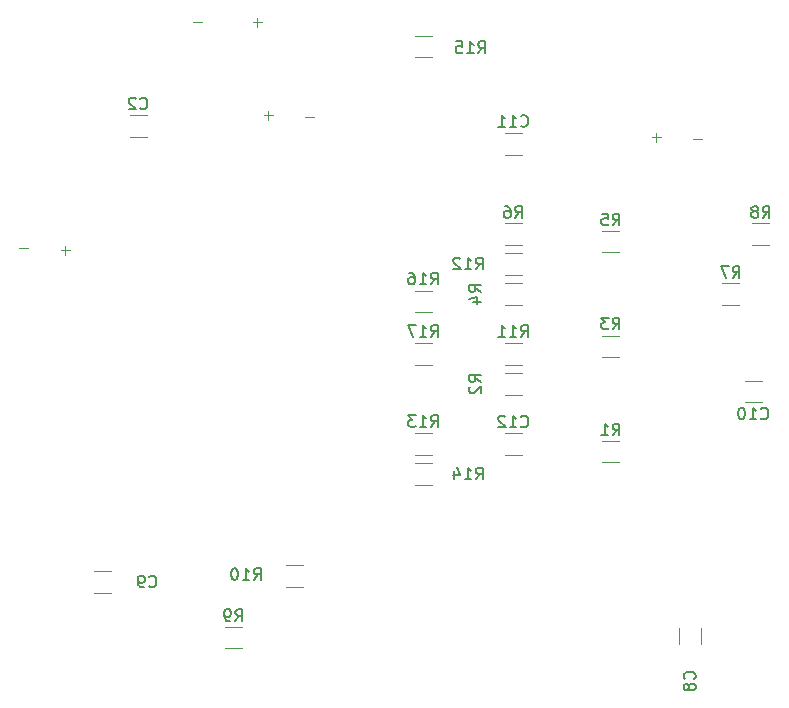
<source format=gbr>
%TF.GenerationSoftware,KiCad,Pcbnew,8.0.7-8.0.7-0~ubuntu22.04.1*%
%TF.CreationDate,2025-01-26T21:06:57+01:00*%
%TF.ProjectId,G431_Expander,47343331-5f45-4787-9061-6e6465722e6b,rev?*%
%TF.SameCoordinates,Original*%
%TF.FileFunction,Legend,Bot*%
%TF.FilePolarity,Positive*%
%FSLAX46Y46*%
G04 Gerber Fmt 4.6, Leading zero omitted, Abs format (unit mm)*
G04 Created by KiCad (PCBNEW 8.0.7-8.0.7-0~ubuntu22.04.1) date 2025-01-26 21:06:57*
%MOMM*%
%LPD*%
G01*
G04 APERTURE LIST*
%ADD10C,0.100000*%
%ADD11C,0.150000*%
%ADD12C,0.120000*%
G04 APERTURE END LIST*
D10*
X127864515Y-72338666D02*
X127102611Y-72338666D01*
X131369715Y-72491066D02*
X130607811Y-72491066D01*
X130988763Y-72872019D02*
X130988763Y-72110114D01*
X141781884Y-53137333D02*
X142543789Y-53137333D01*
X146861884Y-53188133D02*
X147623789Y-53188133D01*
X147242836Y-52807180D02*
X147242836Y-53569085D01*
X184149084Y-63094133D02*
X184910989Y-63094133D01*
X180643884Y-62941733D02*
X181405789Y-62941733D01*
X181024836Y-62560780D02*
X181024836Y-63322685D01*
X151281484Y-61214533D02*
X152043389Y-61214533D01*
X147776284Y-61062133D02*
X148538189Y-61062133D01*
X148157236Y-60681180D02*
X148157236Y-61443085D01*
D11*
X169076666Y-69754819D02*
X169409999Y-69278628D01*
X169648094Y-69754819D02*
X169648094Y-68754819D01*
X169648094Y-68754819D02*
X169267142Y-68754819D01*
X169267142Y-68754819D02*
X169171904Y-68802438D01*
X169171904Y-68802438D02*
X169124285Y-68850057D01*
X169124285Y-68850057D02*
X169076666Y-68945295D01*
X169076666Y-68945295D02*
X169076666Y-69088152D01*
X169076666Y-69088152D02*
X169124285Y-69183390D01*
X169124285Y-69183390D02*
X169171904Y-69231009D01*
X169171904Y-69231009D02*
X169267142Y-69278628D01*
X169267142Y-69278628D02*
X169648094Y-69278628D01*
X168219523Y-68754819D02*
X168409999Y-68754819D01*
X168409999Y-68754819D02*
X168505237Y-68802438D01*
X168505237Y-68802438D02*
X168552856Y-68850057D01*
X168552856Y-68850057D02*
X168648094Y-68992914D01*
X168648094Y-68992914D02*
X168695713Y-69183390D01*
X168695713Y-69183390D02*
X168695713Y-69564342D01*
X168695713Y-69564342D02*
X168648094Y-69659580D01*
X168648094Y-69659580D02*
X168600475Y-69707200D01*
X168600475Y-69707200D02*
X168505237Y-69754819D01*
X168505237Y-69754819D02*
X168314761Y-69754819D01*
X168314761Y-69754819D02*
X168219523Y-69707200D01*
X168219523Y-69707200D02*
X168171904Y-69659580D01*
X168171904Y-69659580D02*
X168124285Y-69564342D01*
X168124285Y-69564342D02*
X168124285Y-69326247D01*
X168124285Y-69326247D02*
X168171904Y-69231009D01*
X168171904Y-69231009D02*
X168219523Y-69183390D01*
X168219523Y-69183390D02*
X168314761Y-69135771D01*
X168314761Y-69135771D02*
X168505237Y-69135771D01*
X168505237Y-69135771D02*
X168600475Y-69183390D01*
X168600475Y-69183390D02*
X168648094Y-69231009D01*
X168648094Y-69231009D02*
X168695713Y-69326247D01*
X138088666Y-100943580D02*
X138136285Y-100991200D01*
X138136285Y-100991200D02*
X138279142Y-101038819D01*
X138279142Y-101038819D02*
X138374380Y-101038819D01*
X138374380Y-101038819D02*
X138517237Y-100991200D01*
X138517237Y-100991200D02*
X138612475Y-100895961D01*
X138612475Y-100895961D02*
X138660094Y-100800723D01*
X138660094Y-100800723D02*
X138707713Y-100610247D01*
X138707713Y-100610247D02*
X138707713Y-100467390D01*
X138707713Y-100467390D02*
X138660094Y-100276914D01*
X138660094Y-100276914D02*
X138612475Y-100181676D01*
X138612475Y-100181676D02*
X138517237Y-100086438D01*
X138517237Y-100086438D02*
X138374380Y-100038819D01*
X138374380Y-100038819D02*
X138279142Y-100038819D01*
X138279142Y-100038819D02*
X138136285Y-100086438D01*
X138136285Y-100086438D02*
X138088666Y-100134057D01*
X137612475Y-101038819D02*
X137421999Y-101038819D01*
X137421999Y-101038819D02*
X137326761Y-100991200D01*
X137326761Y-100991200D02*
X137279142Y-100943580D01*
X137279142Y-100943580D02*
X137183904Y-100800723D01*
X137183904Y-100800723D02*
X137136285Y-100610247D01*
X137136285Y-100610247D02*
X137136285Y-100229295D01*
X137136285Y-100229295D02*
X137183904Y-100134057D01*
X137183904Y-100134057D02*
X137231523Y-100086438D01*
X137231523Y-100086438D02*
X137326761Y-100038819D01*
X137326761Y-100038819D02*
X137517237Y-100038819D01*
X137517237Y-100038819D02*
X137612475Y-100086438D01*
X137612475Y-100086438D02*
X137660094Y-100134057D01*
X137660094Y-100134057D02*
X137707713Y-100229295D01*
X137707713Y-100229295D02*
X137707713Y-100467390D01*
X137707713Y-100467390D02*
X137660094Y-100562628D01*
X137660094Y-100562628D02*
X137612475Y-100610247D01*
X137612475Y-100610247D02*
X137517237Y-100657866D01*
X137517237Y-100657866D02*
X137326761Y-100657866D01*
X137326761Y-100657866D02*
X137231523Y-100610247D01*
X137231523Y-100610247D02*
X137183904Y-100562628D01*
X137183904Y-100562628D02*
X137136285Y-100467390D01*
X161932857Y-79829819D02*
X162266190Y-79353628D01*
X162504285Y-79829819D02*
X162504285Y-78829819D01*
X162504285Y-78829819D02*
X162123333Y-78829819D01*
X162123333Y-78829819D02*
X162028095Y-78877438D01*
X162028095Y-78877438D02*
X161980476Y-78925057D01*
X161980476Y-78925057D02*
X161932857Y-79020295D01*
X161932857Y-79020295D02*
X161932857Y-79163152D01*
X161932857Y-79163152D02*
X161980476Y-79258390D01*
X161980476Y-79258390D02*
X162028095Y-79306009D01*
X162028095Y-79306009D02*
X162123333Y-79353628D01*
X162123333Y-79353628D02*
X162504285Y-79353628D01*
X160980476Y-79829819D02*
X161551904Y-79829819D01*
X161266190Y-79829819D02*
X161266190Y-78829819D01*
X161266190Y-78829819D02*
X161361428Y-78972676D01*
X161361428Y-78972676D02*
X161456666Y-79067914D01*
X161456666Y-79067914D02*
X161551904Y-79115533D01*
X160647142Y-78829819D02*
X159980476Y-78829819D01*
X159980476Y-78829819D02*
X160409047Y-79829819D01*
X177331666Y-88169819D02*
X177664999Y-87693628D01*
X177903094Y-88169819D02*
X177903094Y-87169819D01*
X177903094Y-87169819D02*
X177522142Y-87169819D01*
X177522142Y-87169819D02*
X177426904Y-87217438D01*
X177426904Y-87217438D02*
X177379285Y-87265057D01*
X177379285Y-87265057D02*
X177331666Y-87360295D01*
X177331666Y-87360295D02*
X177331666Y-87503152D01*
X177331666Y-87503152D02*
X177379285Y-87598390D01*
X177379285Y-87598390D02*
X177426904Y-87646009D01*
X177426904Y-87646009D02*
X177522142Y-87693628D01*
X177522142Y-87693628D02*
X177903094Y-87693628D01*
X176379285Y-88169819D02*
X176950713Y-88169819D01*
X176664999Y-88169819D02*
X176664999Y-87169819D01*
X176664999Y-87169819D02*
X176760237Y-87312676D01*
X176760237Y-87312676D02*
X176855475Y-87407914D01*
X176855475Y-87407914D02*
X176950713Y-87455533D01*
X169552857Y-61954580D02*
X169600476Y-62002200D01*
X169600476Y-62002200D02*
X169743333Y-62049819D01*
X169743333Y-62049819D02*
X169838571Y-62049819D01*
X169838571Y-62049819D02*
X169981428Y-62002200D01*
X169981428Y-62002200D02*
X170076666Y-61906961D01*
X170076666Y-61906961D02*
X170124285Y-61811723D01*
X170124285Y-61811723D02*
X170171904Y-61621247D01*
X170171904Y-61621247D02*
X170171904Y-61478390D01*
X170171904Y-61478390D02*
X170124285Y-61287914D01*
X170124285Y-61287914D02*
X170076666Y-61192676D01*
X170076666Y-61192676D02*
X169981428Y-61097438D01*
X169981428Y-61097438D02*
X169838571Y-61049819D01*
X169838571Y-61049819D02*
X169743333Y-61049819D01*
X169743333Y-61049819D02*
X169600476Y-61097438D01*
X169600476Y-61097438D02*
X169552857Y-61145057D01*
X168600476Y-62049819D02*
X169171904Y-62049819D01*
X168886190Y-62049819D02*
X168886190Y-61049819D01*
X168886190Y-61049819D02*
X168981428Y-61192676D01*
X168981428Y-61192676D02*
X169076666Y-61287914D01*
X169076666Y-61287914D02*
X169171904Y-61335533D01*
X167648095Y-62049819D02*
X168219523Y-62049819D01*
X167933809Y-62049819D02*
X167933809Y-61049819D01*
X167933809Y-61049819D02*
X168029047Y-61192676D01*
X168029047Y-61192676D02*
X168124285Y-61287914D01*
X168124285Y-61287914D02*
X168219523Y-61335533D01*
X177331666Y-79194819D02*
X177664999Y-78718628D01*
X177903094Y-79194819D02*
X177903094Y-78194819D01*
X177903094Y-78194819D02*
X177522142Y-78194819D01*
X177522142Y-78194819D02*
X177426904Y-78242438D01*
X177426904Y-78242438D02*
X177379285Y-78290057D01*
X177379285Y-78290057D02*
X177331666Y-78385295D01*
X177331666Y-78385295D02*
X177331666Y-78528152D01*
X177331666Y-78528152D02*
X177379285Y-78623390D01*
X177379285Y-78623390D02*
X177426904Y-78671009D01*
X177426904Y-78671009D02*
X177522142Y-78718628D01*
X177522142Y-78718628D02*
X177903094Y-78718628D01*
X176998332Y-78194819D02*
X176379285Y-78194819D01*
X176379285Y-78194819D02*
X176712618Y-78575771D01*
X176712618Y-78575771D02*
X176569761Y-78575771D01*
X176569761Y-78575771D02*
X176474523Y-78623390D01*
X176474523Y-78623390D02*
X176426904Y-78671009D01*
X176426904Y-78671009D02*
X176379285Y-78766247D01*
X176379285Y-78766247D02*
X176379285Y-79004342D01*
X176379285Y-79004342D02*
X176426904Y-79099580D01*
X176426904Y-79099580D02*
X176474523Y-79147200D01*
X176474523Y-79147200D02*
X176569761Y-79194819D01*
X176569761Y-79194819D02*
X176855475Y-79194819D01*
X176855475Y-79194819D02*
X176950713Y-79147200D01*
X176950713Y-79147200D02*
X176998332Y-79099580D01*
X166189819Y-76033333D02*
X165713628Y-75700000D01*
X166189819Y-75461905D02*
X165189819Y-75461905D01*
X165189819Y-75461905D02*
X165189819Y-75842857D01*
X165189819Y-75842857D02*
X165237438Y-75938095D01*
X165237438Y-75938095D02*
X165285057Y-75985714D01*
X165285057Y-75985714D02*
X165380295Y-76033333D01*
X165380295Y-76033333D02*
X165523152Y-76033333D01*
X165523152Y-76033333D02*
X165618390Y-75985714D01*
X165618390Y-75985714D02*
X165666009Y-75938095D01*
X165666009Y-75938095D02*
X165713628Y-75842857D01*
X165713628Y-75842857D02*
X165713628Y-75461905D01*
X165523152Y-76890476D02*
X166189819Y-76890476D01*
X165142200Y-76652381D02*
X165856485Y-76414286D01*
X165856485Y-76414286D02*
X165856485Y-77033333D01*
X189872857Y-86719580D02*
X189920476Y-86767200D01*
X189920476Y-86767200D02*
X190063333Y-86814819D01*
X190063333Y-86814819D02*
X190158571Y-86814819D01*
X190158571Y-86814819D02*
X190301428Y-86767200D01*
X190301428Y-86767200D02*
X190396666Y-86671961D01*
X190396666Y-86671961D02*
X190444285Y-86576723D01*
X190444285Y-86576723D02*
X190491904Y-86386247D01*
X190491904Y-86386247D02*
X190491904Y-86243390D01*
X190491904Y-86243390D02*
X190444285Y-86052914D01*
X190444285Y-86052914D02*
X190396666Y-85957676D01*
X190396666Y-85957676D02*
X190301428Y-85862438D01*
X190301428Y-85862438D02*
X190158571Y-85814819D01*
X190158571Y-85814819D02*
X190063333Y-85814819D01*
X190063333Y-85814819D02*
X189920476Y-85862438D01*
X189920476Y-85862438D02*
X189872857Y-85910057D01*
X188920476Y-86814819D02*
X189491904Y-86814819D01*
X189206190Y-86814819D02*
X189206190Y-85814819D01*
X189206190Y-85814819D02*
X189301428Y-85957676D01*
X189301428Y-85957676D02*
X189396666Y-86052914D01*
X189396666Y-86052914D02*
X189491904Y-86100533D01*
X188301428Y-85814819D02*
X188206190Y-85814819D01*
X188206190Y-85814819D02*
X188110952Y-85862438D01*
X188110952Y-85862438D02*
X188063333Y-85910057D01*
X188063333Y-85910057D02*
X188015714Y-86005295D01*
X188015714Y-86005295D02*
X187968095Y-86195771D01*
X187968095Y-86195771D02*
X187968095Y-86433866D01*
X187968095Y-86433866D02*
X188015714Y-86624342D01*
X188015714Y-86624342D02*
X188063333Y-86719580D01*
X188063333Y-86719580D02*
X188110952Y-86767200D01*
X188110952Y-86767200D02*
X188206190Y-86814819D01*
X188206190Y-86814819D02*
X188301428Y-86814819D01*
X188301428Y-86814819D02*
X188396666Y-86767200D01*
X188396666Y-86767200D02*
X188444285Y-86719580D01*
X188444285Y-86719580D02*
X188491904Y-86624342D01*
X188491904Y-86624342D02*
X188539523Y-86433866D01*
X188539523Y-86433866D02*
X188539523Y-86195771D01*
X188539523Y-86195771D02*
X188491904Y-86005295D01*
X188491904Y-86005295D02*
X188444285Y-85910057D01*
X188444285Y-85910057D02*
X188396666Y-85862438D01*
X188396666Y-85862438D02*
X188301428Y-85814819D01*
X190031666Y-69754819D02*
X190364999Y-69278628D01*
X190603094Y-69754819D02*
X190603094Y-68754819D01*
X190603094Y-68754819D02*
X190222142Y-68754819D01*
X190222142Y-68754819D02*
X190126904Y-68802438D01*
X190126904Y-68802438D02*
X190079285Y-68850057D01*
X190079285Y-68850057D02*
X190031666Y-68945295D01*
X190031666Y-68945295D02*
X190031666Y-69088152D01*
X190031666Y-69088152D02*
X190079285Y-69183390D01*
X190079285Y-69183390D02*
X190126904Y-69231009D01*
X190126904Y-69231009D02*
X190222142Y-69278628D01*
X190222142Y-69278628D02*
X190603094Y-69278628D01*
X189460237Y-69183390D02*
X189555475Y-69135771D01*
X189555475Y-69135771D02*
X189603094Y-69088152D01*
X189603094Y-69088152D02*
X189650713Y-68992914D01*
X189650713Y-68992914D02*
X189650713Y-68945295D01*
X189650713Y-68945295D02*
X189603094Y-68850057D01*
X189603094Y-68850057D02*
X189555475Y-68802438D01*
X189555475Y-68802438D02*
X189460237Y-68754819D01*
X189460237Y-68754819D02*
X189269761Y-68754819D01*
X189269761Y-68754819D02*
X189174523Y-68802438D01*
X189174523Y-68802438D02*
X189126904Y-68850057D01*
X189126904Y-68850057D02*
X189079285Y-68945295D01*
X189079285Y-68945295D02*
X189079285Y-68992914D01*
X189079285Y-68992914D02*
X189126904Y-69088152D01*
X189126904Y-69088152D02*
X189174523Y-69135771D01*
X189174523Y-69135771D02*
X189269761Y-69183390D01*
X189269761Y-69183390D02*
X189460237Y-69183390D01*
X189460237Y-69183390D02*
X189555475Y-69231009D01*
X189555475Y-69231009D02*
X189603094Y-69278628D01*
X189603094Y-69278628D02*
X189650713Y-69373866D01*
X189650713Y-69373866D02*
X189650713Y-69564342D01*
X189650713Y-69564342D02*
X189603094Y-69659580D01*
X189603094Y-69659580D02*
X189555475Y-69707200D01*
X189555475Y-69707200D02*
X189460237Y-69754819D01*
X189460237Y-69754819D02*
X189269761Y-69754819D01*
X189269761Y-69754819D02*
X189174523Y-69707200D01*
X189174523Y-69707200D02*
X189126904Y-69659580D01*
X189126904Y-69659580D02*
X189079285Y-69564342D01*
X189079285Y-69564342D02*
X189079285Y-69373866D01*
X189079285Y-69373866D02*
X189126904Y-69278628D01*
X189126904Y-69278628D02*
X189174523Y-69231009D01*
X189174523Y-69231009D02*
X189269761Y-69183390D01*
X177331666Y-70389819D02*
X177664999Y-69913628D01*
X177903094Y-70389819D02*
X177903094Y-69389819D01*
X177903094Y-69389819D02*
X177522142Y-69389819D01*
X177522142Y-69389819D02*
X177426904Y-69437438D01*
X177426904Y-69437438D02*
X177379285Y-69485057D01*
X177379285Y-69485057D02*
X177331666Y-69580295D01*
X177331666Y-69580295D02*
X177331666Y-69723152D01*
X177331666Y-69723152D02*
X177379285Y-69818390D01*
X177379285Y-69818390D02*
X177426904Y-69866009D01*
X177426904Y-69866009D02*
X177522142Y-69913628D01*
X177522142Y-69913628D02*
X177903094Y-69913628D01*
X176426904Y-69389819D02*
X176903094Y-69389819D01*
X176903094Y-69389819D02*
X176950713Y-69866009D01*
X176950713Y-69866009D02*
X176903094Y-69818390D01*
X176903094Y-69818390D02*
X176807856Y-69770771D01*
X176807856Y-69770771D02*
X176569761Y-69770771D01*
X176569761Y-69770771D02*
X176474523Y-69818390D01*
X176474523Y-69818390D02*
X176426904Y-69866009D01*
X176426904Y-69866009D02*
X176379285Y-69961247D01*
X176379285Y-69961247D02*
X176379285Y-70199342D01*
X176379285Y-70199342D02*
X176426904Y-70294580D01*
X176426904Y-70294580D02*
X176474523Y-70342200D01*
X176474523Y-70342200D02*
X176569761Y-70389819D01*
X176569761Y-70389819D02*
X176807856Y-70389819D01*
X176807856Y-70389819D02*
X176903094Y-70342200D01*
X176903094Y-70342200D02*
X176950713Y-70294580D01*
X165935357Y-55814819D02*
X166268690Y-55338628D01*
X166506785Y-55814819D02*
X166506785Y-54814819D01*
X166506785Y-54814819D02*
X166125833Y-54814819D01*
X166125833Y-54814819D02*
X166030595Y-54862438D01*
X166030595Y-54862438D02*
X165982976Y-54910057D01*
X165982976Y-54910057D02*
X165935357Y-55005295D01*
X165935357Y-55005295D02*
X165935357Y-55148152D01*
X165935357Y-55148152D02*
X165982976Y-55243390D01*
X165982976Y-55243390D02*
X166030595Y-55291009D01*
X166030595Y-55291009D02*
X166125833Y-55338628D01*
X166125833Y-55338628D02*
X166506785Y-55338628D01*
X164982976Y-55814819D02*
X165554404Y-55814819D01*
X165268690Y-55814819D02*
X165268690Y-54814819D01*
X165268690Y-54814819D02*
X165363928Y-54957676D01*
X165363928Y-54957676D02*
X165459166Y-55052914D01*
X165459166Y-55052914D02*
X165554404Y-55100533D01*
X164078214Y-54814819D02*
X164554404Y-54814819D01*
X164554404Y-54814819D02*
X164602023Y-55291009D01*
X164602023Y-55291009D02*
X164554404Y-55243390D01*
X164554404Y-55243390D02*
X164459166Y-55195771D01*
X164459166Y-55195771D02*
X164221071Y-55195771D01*
X164221071Y-55195771D02*
X164125833Y-55243390D01*
X164125833Y-55243390D02*
X164078214Y-55291009D01*
X164078214Y-55291009D02*
X164030595Y-55386247D01*
X164030595Y-55386247D02*
X164030595Y-55624342D01*
X164030595Y-55624342D02*
X164078214Y-55719580D01*
X164078214Y-55719580D02*
X164125833Y-55767200D01*
X164125833Y-55767200D02*
X164221071Y-55814819D01*
X164221071Y-55814819D02*
X164459166Y-55814819D01*
X164459166Y-55814819D02*
X164554404Y-55767200D01*
X164554404Y-55767200D02*
X164602023Y-55719580D01*
X161932857Y-87449819D02*
X162266190Y-86973628D01*
X162504285Y-87449819D02*
X162504285Y-86449819D01*
X162504285Y-86449819D02*
X162123333Y-86449819D01*
X162123333Y-86449819D02*
X162028095Y-86497438D01*
X162028095Y-86497438D02*
X161980476Y-86545057D01*
X161980476Y-86545057D02*
X161932857Y-86640295D01*
X161932857Y-86640295D02*
X161932857Y-86783152D01*
X161932857Y-86783152D02*
X161980476Y-86878390D01*
X161980476Y-86878390D02*
X162028095Y-86926009D01*
X162028095Y-86926009D02*
X162123333Y-86973628D01*
X162123333Y-86973628D02*
X162504285Y-86973628D01*
X160980476Y-87449819D02*
X161551904Y-87449819D01*
X161266190Y-87449819D02*
X161266190Y-86449819D01*
X161266190Y-86449819D02*
X161361428Y-86592676D01*
X161361428Y-86592676D02*
X161456666Y-86687914D01*
X161456666Y-86687914D02*
X161551904Y-86735533D01*
X160647142Y-86449819D02*
X160028095Y-86449819D01*
X160028095Y-86449819D02*
X160361428Y-86830771D01*
X160361428Y-86830771D02*
X160218571Y-86830771D01*
X160218571Y-86830771D02*
X160123333Y-86878390D01*
X160123333Y-86878390D02*
X160075714Y-86926009D01*
X160075714Y-86926009D02*
X160028095Y-87021247D01*
X160028095Y-87021247D02*
X160028095Y-87259342D01*
X160028095Y-87259342D02*
X160075714Y-87354580D01*
X160075714Y-87354580D02*
X160123333Y-87402200D01*
X160123333Y-87402200D02*
X160218571Y-87449819D01*
X160218571Y-87449819D02*
X160504285Y-87449819D01*
X160504285Y-87449819D02*
X160599523Y-87402200D01*
X160599523Y-87402200D02*
X160647142Y-87354580D01*
X161932857Y-75384819D02*
X162266190Y-74908628D01*
X162504285Y-75384819D02*
X162504285Y-74384819D01*
X162504285Y-74384819D02*
X162123333Y-74384819D01*
X162123333Y-74384819D02*
X162028095Y-74432438D01*
X162028095Y-74432438D02*
X161980476Y-74480057D01*
X161980476Y-74480057D02*
X161932857Y-74575295D01*
X161932857Y-74575295D02*
X161932857Y-74718152D01*
X161932857Y-74718152D02*
X161980476Y-74813390D01*
X161980476Y-74813390D02*
X162028095Y-74861009D01*
X162028095Y-74861009D02*
X162123333Y-74908628D01*
X162123333Y-74908628D02*
X162504285Y-74908628D01*
X160980476Y-75384819D02*
X161551904Y-75384819D01*
X161266190Y-75384819D02*
X161266190Y-74384819D01*
X161266190Y-74384819D02*
X161361428Y-74527676D01*
X161361428Y-74527676D02*
X161456666Y-74622914D01*
X161456666Y-74622914D02*
X161551904Y-74670533D01*
X160123333Y-74384819D02*
X160313809Y-74384819D01*
X160313809Y-74384819D02*
X160409047Y-74432438D01*
X160409047Y-74432438D02*
X160456666Y-74480057D01*
X160456666Y-74480057D02*
X160551904Y-74622914D01*
X160551904Y-74622914D02*
X160599523Y-74813390D01*
X160599523Y-74813390D02*
X160599523Y-75194342D01*
X160599523Y-75194342D02*
X160551904Y-75289580D01*
X160551904Y-75289580D02*
X160504285Y-75337200D01*
X160504285Y-75337200D02*
X160409047Y-75384819D01*
X160409047Y-75384819D02*
X160218571Y-75384819D01*
X160218571Y-75384819D02*
X160123333Y-75337200D01*
X160123333Y-75337200D02*
X160075714Y-75289580D01*
X160075714Y-75289580D02*
X160028095Y-75194342D01*
X160028095Y-75194342D02*
X160028095Y-74956247D01*
X160028095Y-74956247D02*
X160075714Y-74861009D01*
X160075714Y-74861009D02*
X160123333Y-74813390D01*
X160123333Y-74813390D02*
X160218571Y-74765771D01*
X160218571Y-74765771D02*
X160409047Y-74765771D01*
X160409047Y-74765771D02*
X160504285Y-74813390D01*
X160504285Y-74813390D02*
X160551904Y-74861009D01*
X160551904Y-74861009D02*
X160599523Y-74956247D01*
X169552857Y-79829819D02*
X169886190Y-79353628D01*
X170124285Y-79829819D02*
X170124285Y-78829819D01*
X170124285Y-78829819D02*
X169743333Y-78829819D01*
X169743333Y-78829819D02*
X169648095Y-78877438D01*
X169648095Y-78877438D02*
X169600476Y-78925057D01*
X169600476Y-78925057D02*
X169552857Y-79020295D01*
X169552857Y-79020295D02*
X169552857Y-79163152D01*
X169552857Y-79163152D02*
X169600476Y-79258390D01*
X169600476Y-79258390D02*
X169648095Y-79306009D01*
X169648095Y-79306009D02*
X169743333Y-79353628D01*
X169743333Y-79353628D02*
X170124285Y-79353628D01*
X168600476Y-79829819D02*
X169171904Y-79829819D01*
X168886190Y-79829819D02*
X168886190Y-78829819D01*
X168886190Y-78829819D02*
X168981428Y-78972676D01*
X168981428Y-78972676D02*
X169076666Y-79067914D01*
X169076666Y-79067914D02*
X169171904Y-79115533D01*
X167648095Y-79829819D02*
X168219523Y-79829819D01*
X167933809Y-79829819D02*
X167933809Y-78829819D01*
X167933809Y-78829819D02*
X168029047Y-78972676D01*
X168029047Y-78972676D02*
X168124285Y-79067914D01*
X168124285Y-79067914D02*
X168219523Y-79115533D01*
X187491666Y-74834819D02*
X187824999Y-74358628D01*
X188063094Y-74834819D02*
X188063094Y-73834819D01*
X188063094Y-73834819D02*
X187682142Y-73834819D01*
X187682142Y-73834819D02*
X187586904Y-73882438D01*
X187586904Y-73882438D02*
X187539285Y-73930057D01*
X187539285Y-73930057D02*
X187491666Y-74025295D01*
X187491666Y-74025295D02*
X187491666Y-74168152D01*
X187491666Y-74168152D02*
X187539285Y-74263390D01*
X187539285Y-74263390D02*
X187586904Y-74311009D01*
X187586904Y-74311009D02*
X187682142Y-74358628D01*
X187682142Y-74358628D02*
X188063094Y-74358628D01*
X187158332Y-73834819D02*
X186491666Y-73834819D01*
X186491666Y-73834819D02*
X186920237Y-74834819D01*
X146946857Y-100415819D02*
X147280190Y-99939628D01*
X147518285Y-100415819D02*
X147518285Y-99415819D01*
X147518285Y-99415819D02*
X147137333Y-99415819D01*
X147137333Y-99415819D02*
X147042095Y-99463438D01*
X147042095Y-99463438D02*
X146994476Y-99511057D01*
X146994476Y-99511057D02*
X146946857Y-99606295D01*
X146946857Y-99606295D02*
X146946857Y-99749152D01*
X146946857Y-99749152D02*
X146994476Y-99844390D01*
X146994476Y-99844390D02*
X147042095Y-99892009D01*
X147042095Y-99892009D02*
X147137333Y-99939628D01*
X147137333Y-99939628D02*
X147518285Y-99939628D01*
X145994476Y-100415819D02*
X146565904Y-100415819D01*
X146280190Y-100415819D02*
X146280190Y-99415819D01*
X146280190Y-99415819D02*
X146375428Y-99558676D01*
X146375428Y-99558676D02*
X146470666Y-99653914D01*
X146470666Y-99653914D02*
X146565904Y-99701533D01*
X145375428Y-99415819D02*
X145280190Y-99415819D01*
X145280190Y-99415819D02*
X145184952Y-99463438D01*
X145184952Y-99463438D02*
X145137333Y-99511057D01*
X145137333Y-99511057D02*
X145089714Y-99606295D01*
X145089714Y-99606295D02*
X145042095Y-99796771D01*
X145042095Y-99796771D02*
X145042095Y-100034866D01*
X145042095Y-100034866D02*
X145089714Y-100225342D01*
X145089714Y-100225342D02*
X145137333Y-100320580D01*
X145137333Y-100320580D02*
X145184952Y-100368200D01*
X145184952Y-100368200D02*
X145280190Y-100415819D01*
X145280190Y-100415819D02*
X145375428Y-100415819D01*
X145375428Y-100415819D02*
X145470666Y-100368200D01*
X145470666Y-100368200D02*
X145518285Y-100320580D01*
X145518285Y-100320580D02*
X145565904Y-100225342D01*
X145565904Y-100225342D02*
X145613523Y-100034866D01*
X145613523Y-100034866D02*
X145613523Y-99796771D01*
X145613523Y-99796771D02*
X145565904Y-99606295D01*
X145565904Y-99606295D02*
X145518285Y-99511057D01*
X145518285Y-99511057D02*
X145470666Y-99463438D01*
X145470666Y-99463438D02*
X145375428Y-99415819D01*
X145393166Y-103905819D02*
X145726499Y-103429628D01*
X145964594Y-103905819D02*
X145964594Y-102905819D01*
X145964594Y-102905819D02*
X145583642Y-102905819D01*
X145583642Y-102905819D02*
X145488404Y-102953438D01*
X145488404Y-102953438D02*
X145440785Y-103001057D01*
X145440785Y-103001057D02*
X145393166Y-103096295D01*
X145393166Y-103096295D02*
X145393166Y-103239152D01*
X145393166Y-103239152D02*
X145440785Y-103334390D01*
X145440785Y-103334390D02*
X145488404Y-103382009D01*
X145488404Y-103382009D02*
X145583642Y-103429628D01*
X145583642Y-103429628D02*
X145964594Y-103429628D01*
X144916975Y-103905819D02*
X144726499Y-103905819D01*
X144726499Y-103905819D02*
X144631261Y-103858200D01*
X144631261Y-103858200D02*
X144583642Y-103810580D01*
X144583642Y-103810580D02*
X144488404Y-103667723D01*
X144488404Y-103667723D02*
X144440785Y-103477247D01*
X144440785Y-103477247D02*
X144440785Y-103096295D01*
X144440785Y-103096295D02*
X144488404Y-103001057D01*
X144488404Y-103001057D02*
X144536023Y-102953438D01*
X144536023Y-102953438D02*
X144631261Y-102905819D01*
X144631261Y-102905819D02*
X144821737Y-102905819D01*
X144821737Y-102905819D02*
X144916975Y-102953438D01*
X144916975Y-102953438D02*
X144964594Y-103001057D01*
X144964594Y-103001057D02*
X145012213Y-103096295D01*
X145012213Y-103096295D02*
X145012213Y-103334390D01*
X145012213Y-103334390D02*
X144964594Y-103429628D01*
X144964594Y-103429628D02*
X144916975Y-103477247D01*
X144916975Y-103477247D02*
X144821737Y-103524866D01*
X144821737Y-103524866D02*
X144631261Y-103524866D01*
X144631261Y-103524866D02*
X144536023Y-103477247D01*
X144536023Y-103477247D02*
X144488404Y-103429628D01*
X144488404Y-103429628D02*
X144440785Y-103334390D01*
X165742857Y-91894819D02*
X166076190Y-91418628D01*
X166314285Y-91894819D02*
X166314285Y-90894819D01*
X166314285Y-90894819D02*
X165933333Y-90894819D01*
X165933333Y-90894819D02*
X165838095Y-90942438D01*
X165838095Y-90942438D02*
X165790476Y-90990057D01*
X165790476Y-90990057D02*
X165742857Y-91085295D01*
X165742857Y-91085295D02*
X165742857Y-91228152D01*
X165742857Y-91228152D02*
X165790476Y-91323390D01*
X165790476Y-91323390D02*
X165838095Y-91371009D01*
X165838095Y-91371009D02*
X165933333Y-91418628D01*
X165933333Y-91418628D02*
X166314285Y-91418628D01*
X164790476Y-91894819D02*
X165361904Y-91894819D01*
X165076190Y-91894819D02*
X165076190Y-90894819D01*
X165076190Y-90894819D02*
X165171428Y-91037676D01*
X165171428Y-91037676D02*
X165266666Y-91132914D01*
X165266666Y-91132914D02*
X165361904Y-91180533D01*
X163933333Y-91228152D02*
X163933333Y-91894819D01*
X164171428Y-90847200D02*
X164409523Y-91561485D01*
X164409523Y-91561485D02*
X163790476Y-91561485D01*
X137326666Y-60485580D02*
X137374285Y-60533200D01*
X137374285Y-60533200D02*
X137517142Y-60580819D01*
X137517142Y-60580819D02*
X137612380Y-60580819D01*
X137612380Y-60580819D02*
X137755237Y-60533200D01*
X137755237Y-60533200D02*
X137850475Y-60437961D01*
X137850475Y-60437961D02*
X137898094Y-60342723D01*
X137898094Y-60342723D02*
X137945713Y-60152247D01*
X137945713Y-60152247D02*
X137945713Y-60009390D01*
X137945713Y-60009390D02*
X137898094Y-59818914D01*
X137898094Y-59818914D02*
X137850475Y-59723676D01*
X137850475Y-59723676D02*
X137755237Y-59628438D01*
X137755237Y-59628438D02*
X137612380Y-59580819D01*
X137612380Y-59580819D02*
X137517142Y-59580819D01*
X137517142Y-59580819D02*
X137374285Y-59628438D01*
X137374285Y-59628438D02*
X137326666Y-59676057D01*
X136945713Y-59676057D02*
X136898094Y-59628438D01*
X136898094Y-59628438D02*
X136802856Y-59580819D01*
X136802856Y-59580819D02*
X136564761Y-59580819D01*
X136564761Y-59580819D02*
X136469523Y-59628438D01*
X136469523Y-59628438D02*
X136421904Y-59676057D01*
X136421904Y-59676057D02*
X136374285Y-59771295D01*
X136374285Y-59771295D02*
X136374285Y-59866533D01*
X136374285Y-59866533D02*
X136421904Y-60009390D01*
X136421904Y-60009390D02*
X136993332Y-60580819D01*
X136993332Y-60580819D02*
X136374285Y-60580819D01*
X184255580Y-108799333D02*
X184303200Y-108751714D01*
X184303200Y-108751714D02*
X184350819Y-108608857D01*
X184350819Y-108608857D02*
X184350819Y-108513619D01*
X184350819Y-108513619D02*
X184303200Y-108370762D01*
X184303200Y-108370762D02*
X184207961Y-108275524D01*
X184207961Y-108275524D02*
X184112723Y-108227905D01*
X184112723Y-108227905D02*
X183922247Y-108180286D01*
X183922247Y-108180286D02*
X183779390Y-108180286D01*
X183779390Y-108180286D02*
X183588914Y-108227905D01*
X183588914Y-108227905D02*
X183493676Y-108275524D01*
X183493676Y-108275524D02*
X183398438Y-108370762D01*
X183398438Y-108370762D02*
X183350819Y-108513619D01*
X183350819Y-108513619D02*
X183350819Y-108608857D01*
X183350819Y-108608857D02*
X183398438Y-108751714D01*
X183398438Y-108751714D02*
X183446057Y-108799333D01*
X183779390Y-109370762D02*
X183731771Y-109275524D01*
X183731771Y-109275524D02*
X183684152Y-109227905D01*
X183684152Y-109227905D02*
X183588914Y-109180286D01*
X183588914Y-109180286D02*
X183541295Y-109180286D01*
X183541295Y-109180286D02*
X183446057Y-109227905D01*
X183446057Y-109227905D02*
X183398438Y-109275524D01*
X183398438Y-109275524D02*
X183350819Y-109370762D01*
X183350819Y-109370762D02*
X183350819Y-109561238D01*
X183350819Y-109561238D02*
X183398438Y-109656476D01*
X183398438Y-109656476D02*
X183446057Y-109704095D01*
X183446057Y-109704095D02*
X183541295Y-109751714D01*
X183541295Y-109751714D02*
X183588914Y-109751714D01*
X183588914Y-109751714D02*
X183684152Y-109704095D01*
X183684152Y-109704095D02*
X183731771Y-109656476D01*
X183731771Y-109656476D02*
X183779390Y-109561238D01*
X183779390Y-109561238D02*
X183779390Y-109370762D01*
X183779390Y-109370762D02*
X183827009Y-109275524D01*
X183827009Y-109275524D02*
X183874628Y-109227905D01*
X183874628Y-109227905D02*
X183969866Y-109180286D01*
X183969866Y-109180286D02*
X184160342Y-109180286D01*
X184160342Y-109180286D02*
X184255580Y-109227905D01*
X184255580Y-109227905D02*
X184303200Y-109275524D01*
X184303200Y-109275524D02*
X184350819Y-109370762D01*
X184350819Y-109370762D02*
X184350819Y-109561238D01*
X184350819Y-109561238D02*
X184303200Y-109656476D01*
X184303200Y-109656476D02*
X184255580Y-109704095D01*
X184255580Y-109704095D02*
X184160342Y-109751714D01*
X184160342Y-109751714D02*
X183969866Y-109751714D01*
X183969866Y-109751714D02*
X183874628Y-109704095D01*
X183874628Y-109704095D02*
X183827009Y-109656476D01*
X183827009Y-109656476D02*
X183779390Y-109561238D01*
X166189819Y-83653333D02*
X165713628Y-83320000D01*
X166189819Y-83081905D02*
X165189819Y-83081905D01*
X165189819Y-83081905D02*
X165189819Y-83462857D01*
X165189819Y-83462857D02*
X165237438Y-83558095D01*
X165237438Y-83558095D02*
X165285057Y-83605714D01*
X165285057Y-83605714D02*
X165380295Y-83653333D01*
X165380295Y-83653333D02*
X165523152Y-83653333D01*
X165523152Y-83653333D02*
X165618390Y-83605714D01*
X165618390Y-83605714D02*
X165666009Y-83558095D01*
X165666009Y-83558095D02*
X165713628Y-83462857D01*
X165713628Y-83462857D02*
X165713628Y-83081905D01*
X165285057Y-84034286D02*
X165237438Y-84081905D01*
X165237438Y-84081905D02*
X165189819Y-84177143D01*
X165189819Y-84177143D02*
X165189819Y-84415238D01*
X165189819Y-84415238D02*
X165237438Y-84510476D01*
X165237438Y-84510476D02*
X165285057Y-84558095D01*
X165285057Y-84558095D02*
X165380295Y-84605714D01*
X165380295Y-84605714D02*
X165475533Y-84605714D01*
X165475533Y-84605714D02*
X165618390Y-84558095D01*
X165618390Y-84558095D02*
X166189819Y-83986667D01*
X166189819Y-83986667D02*
X166189819Y-84605714D01*
X165742857Y-74114819D02*
X166076190Y-73638628D01*
X166314285Y-74114819D02*
X166314285Y-73114819D01*
X166314285Y-73114819D02*
X165933333Y-73114819D01*
X165933333Y-73114819D02*
X165838095Y-73162438D01*
X165838095Y-73162438D02*
X165790476Y-73210057D01*
X165790476Y-73210057D02*
X165742857Y-73305295D01*
X165742857Y-73305295D02*
X165742857Y-73448152D01*
X165742857Y-73448152D02*
X165790476Y-73543390D01*
X165790476Y-73543390D02*
X165838095Y-73591009D01*
X165838095Y-73591009D02*
X165933333Y-73638628D01*
X165933333Y-73638628D02*
X166314285Y-73638628D01*
X164790476Y-74114819D02*
X165361904Y-74114819D01*
X165076190Y-74114819D02*
X165076190Y-73114819D01*
X165076190Y-73114819D02*
X165171428Y-73257676D01*
X165171428Y-73257676D02*
X165266666Y-73352914D01*
X165266666Y-73352914D02*
X165361904Y-73400533D01*
X164409523Y-73210057D02*
X164361904Y-73162438D01*
X164361904Y-73162438D02*
X164266666Y-73114819D01*
X164266666Y-73114819D02*
X164028571Y-73114819D01*
X164028571Y-73114819D02*
X163933333Y-73162438D01*
X163933333Y-73162438D02*
X163885714Y-73210057D01*
X163885714Y-73210057D02*
X163838095Y-73305295D01*
X163838095Y-73305295D02*
X163838095Y-73400533D01*
X163838095Y-73400533D02*
X163885714Y-73543390D01*
X163885714Y-73543390D02*
X164457142Y-74114819D01*
X164457142Y-74114819D02*
X163838095Y-74114819D01*
X169552857Y-87409580D02*
X169600476Y-87457200D01*
X169600476Y-87457200D02*
X169743333Y-87504819D01*
X169743333Y-87504819D02*
X169838571Y-87504819D01*
X169838571Y-87504819D02*
X169981428Y-87457200D01*
X169981428Y-87457200D02*
X170076666Y-87361961D01*
X170076666Y-87361961D02*
X170124285Y-87266723D01*
X170124285Y-87266723D02*
X170171904Y-87076247D01*
X170171904Y-87076247D02*
X170171904Y-86933390D01*
X170171904Y-86933390D02*
X170124285Y-86742914D01*
X170124285Y-86742914D02*
X170076666Y-86647676D01*
X170076666Y-86647676D02*
X169981428Y-86552438D01*
X169981428Y-86552438D02*
X169838571Y-86504819D01*
X169838571Y-86504819D02*
X169743333Y-86504819D01*
X169743333Y-86504819D02*
X169600476Y-86552438D01*
X169600476Y-86552438D02*
X169552857Y-86600057D01*
X168600476Y-87504819D02*
X169171904Y-87504819D01*
X168886190Y-87504819D02*
X168886190Y-86504819D01*
X168886190Y-86504819D02*
X168981428Y-86647676D01*
X168981428Y-86647676D02*
X169076666Y-86742914D01*
X169076666Y-86742914D02*
X169171904Y-86790533D01*
X168219523Y-86600057D02*
X168171904Y-86552438D01*
X168171904Y-86552438D02*
X168076666Y-86504819D01*
X168076666Y-86504819D02*
X167838571Y-86504819D01*
X167838571Y-86504819D02*
X167743333Y-86552438D01*
X167743333Y-86552438D02*
X167695714Y-86600057D01*
X167695714Y-86600057D02*
X167648095Y-86695295D01*
X167648095Y-86695295D02*
X167648095Y-86790533D01*
X167648095Y-86790533D02*
X167695714Y-86933390D01*
X167695714Y-86933390D02*
X168267142Y-87504819D01*
X168267142Y-87504819D02*
X167648095Y-87504819D01*
D12*
%TO.C,R6*%
X168182936Y-70210000D02*
X169637064Y-70210000D01*
X168182936Y-72030000D02*
X169637064Y-72030000D01*
%TO.C,C9*%
X133400748Y-99674000D02*
X134823252Y-99674000D01*
X133400748Y-101494000D02*
X134823252Y-101494000D01*
%TO.C,R17*%
X162017064Y-80370000D02*
X160562936Y-80370000D01*
X162017064Y-82190000D02*
X160562936Y-82190000D01*
%TO.C,R1*%
X176437936Y-88625000D02*
X177892064Y-88625000D01*
X176437936Y-90445000D02*
X177892064Y-90445000D01*
%TO.C,C11*%
X168198748Y-62590000D02*
X169621252Y-62590000D01*
X168198748Y-64410000D02*
X169621252Y-64410000D01*
%TO.C,R3*%
X176437936Y-79735000D02*
X177892064Y-79735000D01*
X176437936Y-81555000D02*
X177892064Y-81555000D01*
%TO.C,R4*%
X168182936Y-75290000D02*
X169637064Y-75290000D01*
X168182936Y-77110000D02*
X169637064Y-77110000D01*
%TO.C,C10*%
X189941252Y-83545000D02*
X188518748Y-83545000D01*
X189941252Y-85365000D02*
X188518748Y-85365000D01*
%TO.C,R8*%
X189137936Y-70210000D02*
X190592064Y-70210000D01*
X189137936Y-72030000D02*
X190592064Y-72030000D01*
%TO.C,R5*%
X176437936Y-70845000D02*
X177892064Y-70845000D01*
X176437936Y-72665000D02*
X177892064Y-72665000D01*
%TO.C,R15*%
X160562936Y-54335000D02*
X162017064Y-54335000D01*
X160562936Y-56155000D02*
X162017064Y-56155000D01*
%TO.C,R13*%
X162017064Y-87990000D02*
X160562936Y-87990000D01*
X162017064Y-89810000D02*
X160562936Y-89810000D01*
%TO.C,R16*%
X160562936Y-75925000D02*
X162017064Y-75925000D01*
X160562936Y-77745000D02*
X162017064Y-77745000D01*
%TO.C,R11*%
X168182936Y-80370000D02*
X169637064Y-80370000D01*
X168182936Y-82190000D02*
X169637064Y-82190000D01*
%TO.C,R7*%
X186597936Y-75290000D02*
X188052064Y-75290000D01*
X186597936Y-77110000D02*
X188052064Y-77110000D01*
%TO.C,R10*%
X151156564Y-99166000D02*
X149702436Y-99166000D01*
X151156564Y-100986000D02*
X149702436Y-100986000D01*
%TO.C,R9*%
X144499436Y-104361000D02*
X145953564Y-104361000D01*
X144499436Y-106181000D02*
X145953564Y-106181000D01*
%TO.C,R14*%
X162017064Y-90530000D02*
X160562936Y-90530000D01*
X162017064Y-92350000D02*
X160562936Y-92350000D01*
%TO.C,C2*%
X136448748Y-61066000D02*
X137871252Y-61066000D01*
X136448748Y-62886000D02*
X137871252Y-62886000D01*
%TO.C,C8*%
X182986000Y-105867252D02*
X182986000Y-104444748D01*
X184806000Y-105867252D02*
X184806000Y-104444748D01*
%TO.C,R2*%
X168182936Y-82910000D02*
X169637064Y-82910000D01*
X168182936Y-84730000D02*
X169637064Y-84730000D01*
%TO.C,R12*%
X168182936Y-72750000D02*
X169637064Y-72750000D01*
X168182936Y-74570000D02*
X169637064Y-74570000D01*
%TO.C,C12*%
X168198748Y-87990000D02*
X169621252Y-87990000D01*
X168198748Y-89810000D02*
X169621252Y-89810000D01*
%TD*%
M02*

</source>
